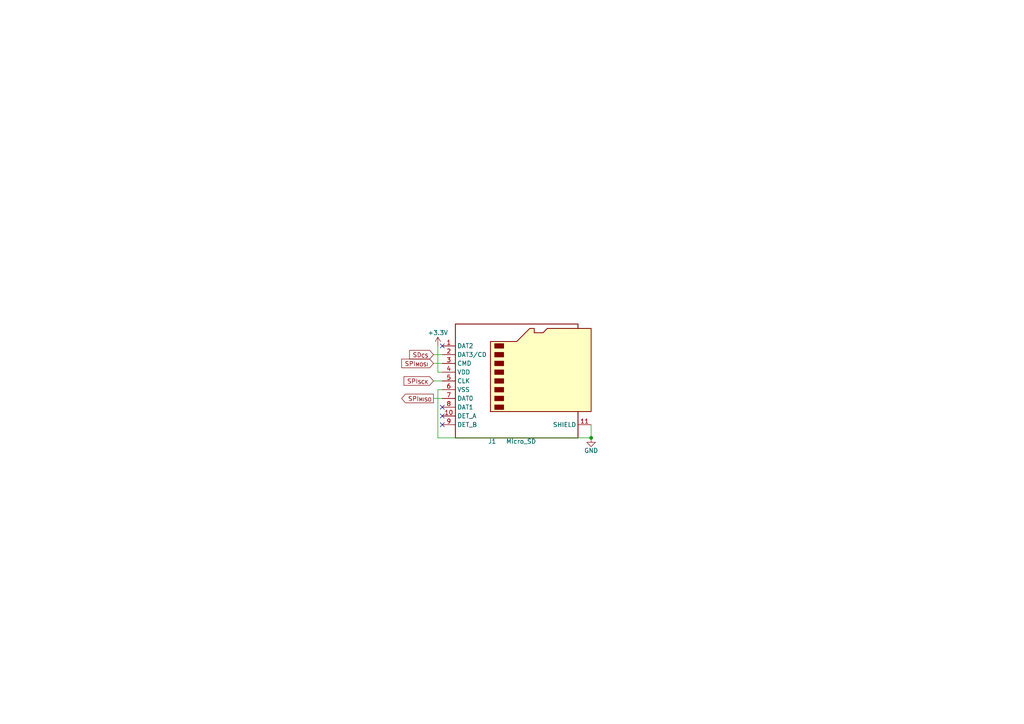
<source format=kicad_sch>
(kicad_sch (version 20230121) (generator eeschema)
  (paper "A4")
  (lib_symbols
    (symbol "Connector:Micro_SD_Card_Det_Hirose_DM3AT"
      (property "Reference" "J" (at -16.51 17.78 0))
      (property "Value" "Micro_SD_Card_Det_Hirose_DM3AT" (at 16.51 17.78 0))
      (symbol "Micro_SD_Card_Det_Hirose_DM3AT_0_1"
        (rectangle (start -7.62 -6.985) (end -5.08 -8.255) (stroke (width 0.254)) (fill (type outline)))
        (rectangle (start -7.62 -4.445) (end -5.08 -5.715) (stroke (width 0.254)) (fill (type outline)))
        (rectangle (start -7.62 -1.905) (end -5.08 -3.175) (stroke (width 0.254)) (fill (type outline)))
        (rectangle (start -7.62 0.635) (end -5.08 -0.635) (stroke (width 0.254)) (fill (type outline)))
        (rectangle (start -7.62 3.175) (end -5.08 1.905) (stroke (width 0.254)) (fill (type outline)))
        (rectangle (start -7.62 5.715) (end -5.08 4.445) (stroke (width 0.254)) (fill (type outline)))
        (rectangle (start -7.62 8.255) (end -5.08 6.985) (stroke (width 0.254)) (fill (type outline)))
        (rectangle (start -7.62 10.795) (end -5.08 9.525) (stroke (width 0.254)) (fill (type outline)))
        (polyline (pts (xy 16.51 15.24) (xy 16.51 16.51) (xy -19.05 16.51) (xy -19.05 -16.51) (xy 16.51 -16.51) (xy 16.51 -8.89)) (stroke (width 0.254)))
        (polyline (pts (xy -8.89 -8.89) (xy -8.89 11.43) (xy -1.27 11.43) (xy 2.54 15.24) (xy 3.81 15.24) (xy 3.81 13.97) (xy 6.35 13.97) (xy 7.62 15.24) (xy 20.32 15.24) (xy 20.32 -8.89) (xy -8.89 -8.89)) (stroke (width 0.254)) (fill (type background)))
      )
      (symbol "Micro_SD_Card_Det_Hirose_DM3AT_1_1"
        (pin bidirectional line (at -22.86 10.16 0) (length 3.81) (name "DAT2") (number "1"))
        (pin passive line (at -22.86 -10.16 0) (length 3.81) (name "DET_A") (number "10"))
        (pin passive line (at 20.32 -12.7 180) (length 3.81) (name "SHIELD") (number "11"))
        (pin bidirectional line (at -22.86 7.62 0) (length 3.81) (name "DAT3/CD") (number "2"))
        (pin input line (at -22.86 5.08 0) (length 3.81) (name "CMD") (number "3"))
        (pin power_in line (at -22.86 2.54 0) (length 3.81) (name "VDD") (number "4"))
        (pin input line (at -22.86 0 0) (length 3.81) (name "CLK") (number "5"))
        (pin power_in line (at -22.86 -2.54 0) (length 3.81) (name "VSS") (number "6"))
        (pin bidirectional line (at -22.86 -5.08 0) (length 3.81) (name "DAT0") (number "7"))
        (pin bidirectional line (at -22.86 -7.62 0) (length 3.81) (name "DAT1") (number "8"))
        (pin passive line (at -22.86 -12.7 0) (length 3.81) (name "DET_B") (number "9"))
      )
    )
    (symbol "power:+3.3V" (power) (pin_names (offset 0))
      (property "Value" "+3.3V" (at 0 3.556 0))
      (symbol "+3.3V_0_1"
        (polyline (pts (xy -0.762 1.27) (xy 0 2.54)))
        (polyline (pts (xy 0 0) (xy 0 2.54)))
        (polyline (pts (xy 0 2.54) (xy 0.762 1.27)))
      )
      (symbol "+3.3V_1_1"
        (pin power_in line (at 0 0 90) (length 0) hide (name "+3.3V") (number "1"))
      )
    )
    (symbol "power:GND" (power) (pin_names (offset 0))
      (property "Value" "GND" (at 0 -3.81 0))
      (symbol "GND_0_1"
        (polyline (pts (xy 0 0) (xy 0 -1.27) (xy 1.27 -1.27) (xy 0 -2.54) (xy -1.27 -1.27) (xy 0 -1.27)))
      )
      (symbol "GND_1_1"
        (pin power_in line (at 0 0 270) (length 0) hide (name "GND") (number "1"))
      )
    )
  )
  (junction (at 171.45 127))
  (no_connect (at 128.27 120.65))
  (no_connect (at 128.27 123.19))
  (no_connect (at 128.27 118.11))
  (no_connect (at 128.27 100.33))
  (wire (pts (xy 127 127) (xy 171.45 127)))
  (wire (pts (xy 125.73 102.87) (xy 128.27 102.87)))
  (wire (pts (xy 125.73 110.49) (xy 128.27 110.49)))
  (wire (pts (xy 125.73 105.41) (xy 128.27 105.41)))
  (wire (pts (xy 171.45 123.19) (xy 171.45 127)))
  (wire (pts (xy 128.27 113.03) (xy 127 113.03)))
  (wire (pts (xy 127 100.33) (xy 127 107.95)))
  (wire (pts (xy 125.73 115.57) (xy 128.27 115.57)))
  (wire (pts (xy 127 113.03) (xy 127 127)))
  (wire (pts (xy 127 107.95) (xy 128.27 107.95)))
  (global_label "SPI_{MOSI}" (shape input) (at 125.73 105.41 180) (property "Intersheetrefs" "${INTERSHEET_REFS}" (effects hide)))
  (global_label "SD_{CS}" (shape input) (at 125.73 102.87 180) (property "Intersheetrefs" "${INTERSHEET_REFS}" (effects hide)))
  (global_label "SPI_{MISO}" (shape output) (at 125.73 115.57 180) (property "Intersheetrefs" "${INTERSHEET_REFS}" (effects hide)))
  (global_label "SPI_{SCK}" (shape input) (at 125.73 110.49 180) (property "Intersheetrefs" "${INTERSHEET_REFS}" (effects hide)))
  (symbol (lib_id "Connector:Micro_SD_Card_Det_Hirose_DM3AT") (at 151.13 110.49 0) (unit 1)
    (property "Reference" "J1" (at 142.748 128.016 0))
    (property "Value" "Micro_SD" (at 151.13 128.016 0))
    (property "Footprint" "Connector_Card:microSD_HC_Hirose_DM3AT-SF-PEJM5" (effects hide))
    (property "Datasheet" "https://www.mouser.jp/datasheet/2/185/DM3AT_SF_PEJM5_CL0609_0031_0_00_2DDrawing_00009471-1614303.pdf" (effects hide))
    (property "Manufacturer_Name" "Hirose Connector" (effects hide))
    (property "Manufacturer_Part_Number" "DM3AT-SF-PEJM5" (effects hide))
    (property "Mouser Part Number" "798-DM3AT-SF-PEJM5" (effects hide))
    (property "Mouser Price/Stock" "https://www.mouser.jp/ProductDetail/Hirose-Connector/DM3AT-SF-PEJM5?qs=LZSZKJVF%252B2WTDKp%252BR7IYAQ%3D%3D" (effects hide))
  )
  (symbol (lib_id "power:+3.3V") (at 127 100.33 0) (unit 1)
    (property "Reference" "#PWR013" (effects hide))
    (property "Value" "+3.3V" (at 127 96.52 0))
  )
  (symbol (lib_id "power:GND") (at 171.45 127 0) (unit 1)
    (property "Reference" "#PWR014" (effects hide))
    (property "Value" "GND" (at 171.45 130.683 0))
  )
)
</source>
